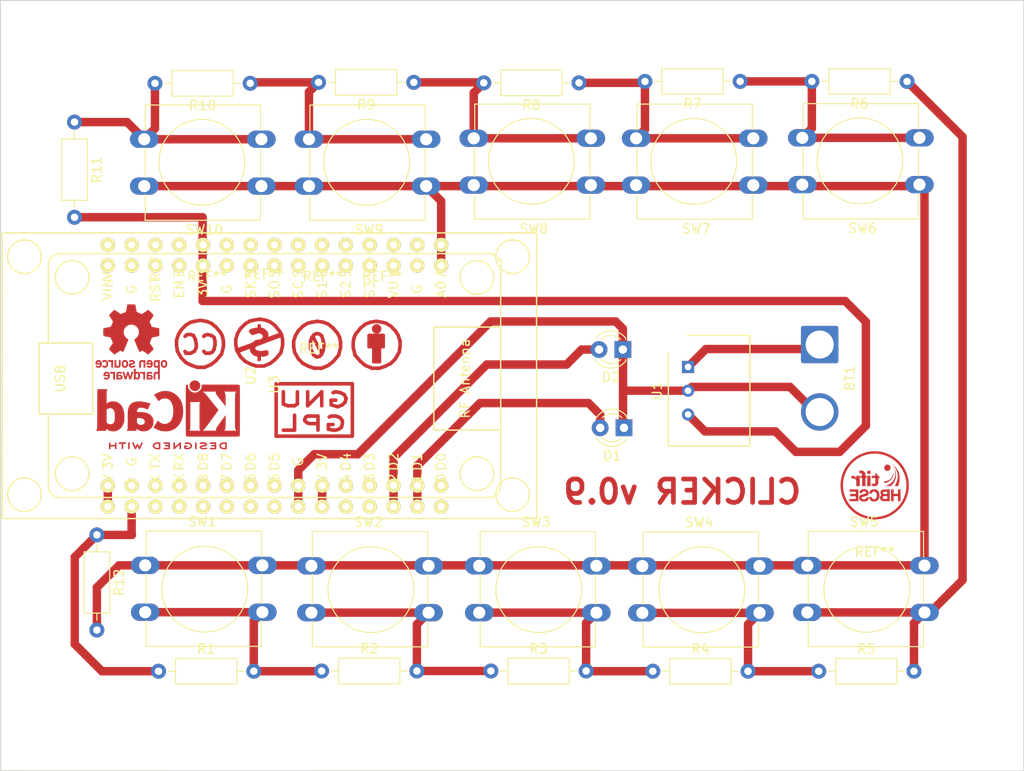
<source format=kicad_pcb>
(kicad_pcb (version 20211014) (generator pcbnew)
  (layers (0 "F.Cu" signal) (31 "B.Cu" signal) (34 "B.Paste" user) (35 "F.Paste" user) (36 "B.SilkS" user "B.Silkscreen") (37 "F.SilkS" user "F.Silkscreen") (38 "B.Mask" user) (39 "F.Mask" user) (44 "Edge.Cuts" user))
  (net 0 "")
  (net 1 "Net-(BT1-Pad1)")
  (net 2 "Net-(BT1-Pad2)")
  (net 3 "Net-(D1-Pad2)")
  (net 4 "Net-(D2-Pad2)")
  (net 5 "Net-(R1-Pad2)")
  (net 6 "Net-(R2-Pad2)")
  (net 7 "Net-(R3-Pad2)")
  (net 8 "Net-(R4-Pad2)")
  (net 9 "Net-(R5-Pad2)")
  (net 10 "Net-(R6-Pad2)")
  (net 11 "Net-(R7-Pad2)")
  (net 12 "Net-(R8-Pad2)")
  (net 13 "Net-(R10-Pad1)")
  (net 14 "Net-(R10-Pad2)")
  (net 15 "Net-(R11-Pad2)")
  (net 16 "Net-(R12-Pad2)")
  (footprint "Button_Switch_THT:SW_PUSH-12mm" (layer "F.Cu") (at 67.1322 90.043)
    (fp_text reference "SW1")
    (fp_text value "SW_Push")
  )
  (footprint "Resistor_THT:R_Axial_DIN0207_L6.3mm_D2.5mm_P10.16mm_Horizontal" (layer "F.Cu") (at 85.9536 101.3206)
    (fp_text reference "R2")
    (fp_text value "1k")
  )
  (footprint "LED_THT:LED_D3.0mm" (layer "F.Cu") (at 118.0896 67.0052 180)
    (fp_text reference "D2")
    (fp_text value "LED")
  )
  (footprint "Symbol:Symbol_CC-Attribution_CopperTop_Small" (layer "F.Cu") (at 91.821 66.4972)
    (fp_text reference "REF**")
    (fp_text value "Symbol_CC-Attribution_CopperTop_Small")
  )
  (footprint "Symbol:OSHW-Logo_7.5x8mm_Copper" (layer "F.Cu") (at 65.659 66.1924)
    (fp_text reference "REF**" hide)
    (fp_text value "OSHW-Logo_7.5x8mm_Copper" hide)
  )
  (footprint "Symbol:Symbol_GNU-GPL_CopperTop_Small" (layer "F.Cu") (at 85.1662 73.7108)
    (fp_text reference "REF**")
    (fp_text value "Symbol_GNU-GPL_CopperTop_Small")
  )
  (footprint "Resistor_THT:R_Axial_DIN0207_L6.3mm_D2.5mm_P10.16mm_Horizontal" (layer "F.Cu") (at 113.411 38.5318 180)
    (fp_text reference "R8")
    (fp_text value "1k")
  )
  (footprint "Symbol:Symbol_CreativeCommons_CopperTop_Type2_Small" (layer "F.Cu") (at 73.1266 66.4972)
    (fp_text reference "REF**")
    (fp_text value "Symbol_CreativeCommons_CopperTop_Type2_Small")
  )
  (footprint "Resistor_THT:R_Axial_DIN0207_L6.3mm_D2.5mm_P10.16mm_Horizontal" (layer "F.Cu") (at 130.6068 38.3794 180)
    (fp_text reference "R7")
    (fp_text value "1k")
  )
  (footprint "Button_Switch_THT:SW_PUSH-12mm" (layer "F.Cu") (at 137.7696 90.0684)
    (fp_text reference "SW5")
    (fp_text value "SW_Push")
  )
  (footprint "ESP8266 NodeMCU:ESP12F-Devkit-V3" (layer "F.Cu") (at 79.6556 70.1024 -90)
    (fp_text reference "U3")
    (fp_text value "NodeMCU_1.0_(ESP-12E)")
  )
  (footprint "Connector_Wire:SolderWire-2.5sqmm_1x02_P7.2mm_D2.4mm_OD3.6mm" (layer "F.Cu") (at 139.0904 66.4718 -90)
    (fp_text reference "BT1")
    (fp_text value "Battery_Cell")
  )
  (footprint "ESP8266 NodeMCU:hbcse" (layer "F.Cu") (at 144.957801 89.121732)
    (fp_text reference "REF**")
    (fp_text value "hbcse")
  )
  (footprint "Resistor_THT:R_Axial_DIN0207_L6.3mm_D2.5mm_P10.16mm_Horizontal" (layer "F.Cu") (at 104.013 101.3206)
    (fp_text reference "R3")
    (fp_text value "1k")
  )
  (footprint "ESP8266 NodeMCU:NodeMCU-LoLinV3" (layer "F.Cu") (at 78.3844 69.7992 -90)
    (fp_text reference "U2")
    (fp_text value "NodeMCU1.0(ESP-12E)")
  )
  (footprint "Symbol:Symbol_CC-Noncommercial_CopperTop_Small" (layer "F.Cu") (at 79.1972 66.2686)
    (fp_text reference "REF**")
    (fp_text value "Symbol_CC-Noncommercial_CopperTop_Small")
  )
  (footprint "Resistor_THT:R_Axial_DIN0207_L6.3mm_D2.5mm_P10.16mm_Horizontal" (layer "F.Cu") (at 68.5546 101.346)
    (fp_text reference "R1")
    (fp_text value "1k")
  )
  (footprint "Button_Switch_THT:SW_PUSH-12mm" (layer "F.Cu") (at 84.8614 90.0938)
    (fp_text reference "SW2")
    (fp_text value "SW_Push")
  )
  (footprint "Resistor_THT:R_Axial_DIN0207_L6.3mm_D2.5mm_P10.16mm_Horizontal" (layer "F.Cu") (at 95.7834 38.481 180)
    (fp_text reference "R9")
    (fp_text value "1k")
  )
  (footprint "Symbol:KiCad-Logo2_6mm_Copper" (layer "F.Cu") (at 69.5706 73.279)
    (fp_text reference "REF**" hide)
    (fp_text value "KiCad-Logo2_6mm_Copper" hide)
  )
  (footprint "Resistor_THT:R_Axial_DIN0207_L6.3mm_D2.5mm_P10.16mm_Horizontal" (layer "F.Cu") (at 121.285 101.346)
    (fp_text reference "R4")
    (fp_text value "1k")
  )
  (footprint "Button_Switch_THT:SW_PUSH-12mm" (layer "F.Cu") (at 97.1042 49.5554 180)
    (fp_text reference "SW9")
    (fp_text value "SW_Push")
  )
  (footprint "Symbol:Symbol_CC-PublicDomain_CopperTop_Small" (layer "F.Cu") (at 85.471 66.4972)
    (fp_text reference "REF**")
    (fp_text value "Symbol_CC-PublicDomain_CopperTop_Small")
  )
  (footprint "Resistor_THT:R_Axial_DIN0207_L6.3mm_D2.5mm_P10.16mm_Horizontal" (layer "F.Cu") (at 61.976 86.7918 -90)
    (fp_text reference "R12")
    (fp_text value "100k")
  )
  (footprint "LED_THT:LED_D3.0mm" (layer "F.Cu") (at 118.2116 75.3618 180)
    (fp_text reference "D1")
    (fp_text value "LED")
  )
  (footprint "Button_Switch_THT:SW_PUSH-12mm" (layer "F.Cu") (at 114.681 49.4538 180)
    (fp_text reference "SW8")
    (fp_text value "SW_Push")
  )
  (footprint "Resistor_THT:R_Axial_DIN0207_L6.3mm_D2.5mm_P10.16mm_Horizontal" (layer "F.Cu") (at 138.9888 101.346)
    (fp_text reference "R5")
    (fp_text value "1k")
  )
  (footprint "Button_Switch_THT:SW_PUSH-12mm" (layer "F.Cu") (at 132.0038 49.4538 180)
    (fp_text reference "SW7")
    (fp_text value "SW_Push")
  )
  (footprint "Button_Switch_THT:SW_PUSH-12mm" (layer "F.Cu") (at 120.1674 90.1192)
    (fp_text reference "SW4")
    (fp_text value "SW_Push")
  )
  (footprint "Resistor_THT:R_Axial_DIN0207_L6.3mm_D2.5mm_P10.16mm_Horizontal" (layer "F.Cu") (at 148.4122 38.3794 180)
    (fp_text reference "R6")
    (fp_text value "1k")
  )
  (footprint "Button_Switch_THT:SW_PUSH-12mm" (layer "F.Cu") (at 102.7684 90.0938)
    (fp_text reference "SW3")
    (fp_text value "SW_Push")
  )
  (footprint "Resistor_THT:R_Axial_DIN0207_L6.3mm_D2.5mm_P10.16mm_Horizontal" (layer "F.Cu") (at 59.5884 42.7228 -90)
    (fp_text reference "R11")
    (fp_text value "1k")
  )
  (footprint "Button_Switch_THT:SW_PUSH-12mm" (layer "F.Cu") (at 149.733 49.403 180)
    (fp_text reference "SW6")
    (fp_text value "SW_Push")
  )
  (footprint "Package_SIP:SIP3_11.6x8.5mm" (layer "F.Cu") (at 125.0442 68.8594 -90)
    (fp_text reference "U1")
    (fp_text value "LT1083-3.3")
  )
  (footprint "Resistor_THT:R_Axial_DIN0207_L6.3mm_D2.5mm_P10.16mm_Horizontal" (layer "F.Cu") (at 78.3336 38.5826 180)
    (fp_text reference "R10")
    (fp_text value "1k")
  )
  (footprint "Button_Switch_THT:SW_PUSH-12mm" (layer "F.Cu") (at 79.5274 49.5554 180)
    (fp_text reference "SW10")
    (fp_text value "SW_Push")
  )
  (gr_line (start 51.716 111.9594) (end 160.8598 111.9848) (layer "Edge.Cuts") (width 0.1))
  (gr_line (start 51.6906 29.7396) (end 51.716 111.9594) (layer "Edge.Cuts") (width 0.1))
  (gr_line (start 160.8598 111.9848) (end 160.8598 29.7396) (layer "Edge.Cuts") (width 0.1))
  (gr_line (start 160.8598 29.7396) (end 51.6906 29.7396) (layer "Edge.Cuts") (width 0.1))
  (gr_text "CLICKER v0.9" (at 124.4346 82.1944) (layer "F.Cu") (effects (font (size 2.5 2.5) (thickness 0.5)) (justify mirror)))
  (segment (start 126.9492 66.9544) (end 125.0442 68.8594) (width 0.9) (layer "F.Cu") (net 1))
  (segment (start 138.6078 66.9544) (end 126.9492 66.9544) (width 0.9) (layer "F.Cu") (net 1))
  (segment (start 139.0904 66.4718) (end 138.6078 66.9544) (width 0.9) (layer "F.Cu") (net 1))
  (segment (start 118.11 67.0306) (end 118.5672 66.5734) (width 0.9) (layer "F.Cu") (net 2))
  (segment (start 118.3132 71.3994) (end 118.11 71.6026) (width 0.9) (layer "F.Cu") (net 2))
  (segment (start 62.5094 101.346) (end 59.6138 98.4504) (width 0.9) (layer "F.Cu") (net 2))
  (segment (start 61.976 86.7918) (end 65.7098 86.7918) (width 0.9) (layer "F.Cu") (net 2))
  (segment (start 118.0896 64.775) (end 117.3226 64.008) (width 0.9) (layer "F.Cu") (net 2))
  (segment (start 85.1662 78.1812) (end 83.4644 79.883) (width 0.9) (layer "F.Cu") (net 2))
  (segment (start 65.6844 86.7664) (end 65.6844 83.7692) (width 0.9) (layer "F.Cu") (net 2))
  (segment (start 125.4506 70.993) (end 125.0442 71.3994) (width 0.9) (layer "F.Cu") (net 2))
  (segment (start 59.6138 89.154) (end 61.976 86.7918) (width 0.9) (layer "F.Cu") (net 2))
  (segment (start 83.4644 79.883) (end 83.4644 83.7692) (width 0.9) (layer "F.Cu") (net 2))
  (segment (start 68.5546 101.346) (end 62.5094 101.346) (width 0.9) (layer "F.Cu") (net 2))
  (segment (start 118.2116 75.3618) (end 118.11 75.2602) (width 0.9) (layer "F.Cu") (net 2))
  (segment (start 138.5316 73.113) (end 138.0354 73.113) (width 0.9) (layer "F.Cu") (net 2))
  (segment (start 103.9876 64.008) (end 89.8144 78.1812) (width 0.9) (layer "F.Cu") (net 2))
  (segment (start 118.11 75.2602) (end 118.11 71.6026) (width 0.9) (layer "F.Cu") (net 2))
  (segment (start 135.9154 70.993) (end 125.4506 70.993) (width 0.9) (layer "F.Cu") (net 2))
  (segment (start 138.0354 73.113) (end 135.9154 70.993) (width 0.9) (layer "F.Cu") (net 2))
  (segment (start 89.8144 78.1812) (end 85.1662 78.1812) (width 0.9) (layer "F.Cu") (net 2))
  (segment (start 139.0904 73.6718) (end 138.5316 73.113) (width 0.9) (layer "F.Cu") (net 2))
  (segment (start 59.6138 98.4504) (end 59.6138 89.154) (width 0.9) (layer "F.Cu") (net 2))
  (segment (start 117.3226 64.008) (end 103.9876 64.008) (width 0.9) (layer "F.Cu") (net 2))
  (segment (start 118.11 71.6026) (end 118.11 67.0306) (width 0.9) (layer "F.Cu") (net 2))
  (segment (start 65.7098 86.7918) (end 65.6844 86.7664) (width 0.9) (layer "F.Cu") (net 2))
  (segment (start 118.0896 67.0052) (end 118.0896 64.775) (width 0.9) (layer "F.Cu") (net 2))
  (segment (start 125.0442 71.3994) (end 118.3132 71.3994) (width 0.9) (layer "F.Cu") (net 2))
  (segment (start 114.427 72.7202) (end 115.6716 73.9648) (width 0.9) (layer "F.Cu") (net 3))
  (segment (start 115.6716 73.9648) (end 115.6716 75.3618) (width 0.9) (layer "F.Cu") (net 3))
  (segment (start 102.8446 72.7202) (end 114.427 72.7202) (width 0.9) (layer "F.Cu") (net 3))
  (segment (start 96.1644 79.4004) (end 102.8446 72.7202) (width 0.9) (layer "F.Cu") (net 3))
  (segment (start 96.1644 83.7692) (end 96.1644 79.4004) (width 0.9) (layer "F.Cu") (net 3))
  (segment (start 112.0902 68.6054) (end 103.5812 68.6054) (width 0.9) (layer "F.Cu") (net 4))
  (segment (start 115.5496 67.0052) (end 113.6904 67.0052) (width 0.9) (layer "F.Cu") (net 4))
  (segment (start 113.6904 67.0052) (end 112.0902 68.6054) (width 0.9) (layer "F.Cu") (net 4))
  (segment (start 93.6244 78.5622) (end 93.6244 83.7692) (width 0.9) (layer "F.Cu") (net 4))
  (segment (start 103.5812 68.6054) (end 93.6244 78.5622) (width 0.9) (layer "F.Cu") (net 4))
  (segment (start 78.7146 101.346) (end 85.9282 101.346) (width 0.9) (layer "F.Cu") (net 5))
  (segment (start 79.6322 95.043) (end 67.1322 95.043) (width 0.9) (layer "F.Cu") (net 5))
  (segment (start 78.7146 101.346) (end 78.7146 95.9606) (width 0.9) (layer "F.Cu") (net 5))
  (segment (start 78.7146 95.9606) (end 79.6322 95.043) (width 0.9) (layer "F.Cu") (net 5))
  (segment (start 85.9282 101.346) (end 85.9536 101.3206) (width 0.9) (layer "F.Cu") (net 5))
  (segment (start 96.1136 101.3206) (end 96.1136 96.3416) (width 0.9) (layer "F.Cu") (net 6))
  (segment (start 96.1136 96.3416) (end 97.3614 95.0938) (width 0.9) (layer "F.Cu") (net 6))
  (segment (start 96.1136 101.3206) (end 104.013 101.3206) (width 0.9) (layer "F.Cu") (net 6))
  (segment (start 97.3614 95.0938) (end 84.8614 95.0938) (width 0.9) (layer "F.Cu") (net 6))
  (segment (start 115.2684 95.0938) (end 102.7684 95.0938) (width 0.9) (layer "F.Cu") (net 7))
  (segment (start 114.173 96.1892) (end 115.2684 95.0938) (width 0.9) (layer "F.Cu") (net 7))
  (segment (start 114.1984 101.346) (end 114.173 101.3206) (width 0.9) (layer "F.Cu") (net 7))
  (segment (start 121.285 101.346) (end 114.1984 101.346) (width 0.9) (layer "F.Cu") (net 7))
  (segment (start 114.173 101.3206) (end 114.173 96.1892) (width 0.9) (layer "F.Cu") (net 7))
  (segment (start 131.445 101.346) (end 138.9888 101.346) (width 0.9) (layer "F.Cu") (net 8))
  (segment (start 132.6674 95.1192) (end 120.1674 95.1192) (width 0.9) (layer "F.Cu") (net 8))
  (segment (start 131.445 101.346) (end 131.445 96.3416) (width 0.9) (layer "F.Cu") (net 8))
  (segment (start 131.445 96.3416) (end 132.6674 95.1192) (width 0.9) (layer "F.Cu") (net 8))
  (segment (start 150.2696 95.0684) (end 137.7696 95.0684) (width 0.9) (layer "F.Cu") (net 9))
  (segment (start 154.3304 44.2976) (end 148.4122 38.3794) (width 0.9) (layer "F.Cu") (net 9))
  (segment (start 150.8798 95.0684) (end 154.3304 91.6178) (width 0.9) (layer "F.Cu") (net 9))
  (segment (start 150.2696 95.0684) (end 150.8798 95.0684) (width 0.9) (layer "F.Cu") (net 9))
  (segment (start 149.1488 96.1892) (end 150.2696 95.0684) (width 0.9) (layer "F.Cu") (net 9))
  (segment (start 149.1488 101.346) (end 149.1488 96.1892) (width 0.9) (layer "F.Cu") (net 9))
  (segment (start 154.3304 91.6178) (end 154.3304 44.2976) (width 0.9) (layer "F.Cu") (net 9))
  (segment (start 137.233 44.403) (end 149.733 44.403) (width 0.9) (layer "F.Cu") (net 10))
  (segment (start 138.2522 43.3838) (end 137.233 44.403) (width 0.9) (layer "F.Cu") (net 10))
  (segment (start 138.2522 38.3794) (end 138.2522 43.3838) (width 0.9) (layer "F.Cu") (net 10))
  (segment (start 130.6068 38.3794) (end 138.2522 38.3794) (width 0.9) (layer "F.Cu") (net 10))
  (segment (start 120.4468 43.5108) (end 119.5038 44.4538) (width 0.9) (layer "F.Cu") (net 11))
  (segment (start 120.2944 38.5318) (end 120.4468 38.3794) (width 0.9) (layer "F.Cu") (net 11))
  (segment (start 113.411 38.5318) (end 120.2944 38.5318) (width 0.9) (layer "F.Cu") (net 11))
  (segment (start 119.5038 44.4538) (end 132.0038 44.4538) (width 0.9) (layer "F.Cu") (net 11))
  (segment (start 120.4468 38.3794) (end 120.4468 43.5108) (width 0.9) (layer "F.Cu") (net 11))
  (segment (start 102.181 44.4538) (end 114.681 44.4538) (width 0.9) (layer "F.Cu") (net 12))
  (segment (start 103.2002 38.481) (end 103.251 38.5318) (width 0.9) (layer "F.Cu") (net 12))
  (segment (start 102.181 39.6018) (end 103.251 38.5318) (width 0.9) (layer "F.Cu") (net 12))
  (segment (start 102.181 44.4538) (end 102.181 39.6018) (width 0.9) (layer "F.Cu") (net 12))
  (segment (start 95.7834 38.481) (end 103.2002 38.481) (width 0.9) (layer "F.Cu") (net 12))
  (segment (start 84.6042 44.5554) (end 84.6042 39.5002) (width 0.9) (layer "F.Cu") (net 13))
  (segment (start 84.6042 44.5554) (end 97.1042 44.5554) (width 0.9) (layer "F.Cu") (net 13))
  (segment (start 85.6234 38.481) (end 78.4352 38.481) (width 0.9) (layer "F.Cu") (net 13))
  (segment (start 78.4352 38.481) (end 78.3336 38.5826) (width 0.9) (layer "F.Cu") (net 13))
  (segment (start 84.6042 39.5002) (end 85.6234 38.481) (width 0.9) (layer "F.Cu") (net 13))
  (segment (start 68.1736 38.5826) (end 68.1736 43.4092) (width 0.9) (layer "F.Cu") (net 14))
  (segment (start 67.0274 44.5554) (end 79.5274 44.5554) (width 0.9) (layer "F.Cu") (net 14))
  (segment (start 68.1736 43.4092) (end 67.0274 44.5554) (width 0.9) (layer "F.Cu") (net 14))
  (segment (start 65.1948 42.7228) (end 67.0274 44.5554) (width 0.9) (layer "F.Cu") (net 14))
  (segment (start 59.5884 42.7228) (end 65.1948 42.7228) (width 0.9) (layer "F.Cu") (net 14))
  (segment (start 136.5504 77.9272) (end 141.224 77.9272) (width 0.9) (layer "F.Cu") (net 15))
  (segment (start 141.224 77.9272) (end 144.018 75.1332) (width 0.9) (layer "F.Cu") (net 15))
  (segment (start 73.2536 55.7784) (end 73.2536 52.8828) (width 0.9) (layer "F.Cu") (net 15))
  (segment (start 86.0044 81.9451) (end 86.098 81.8515) (width 0.9) (layer "F.Cu") (net 15))
  (segment (start 73.2536 52.8828) (end 59.5884 52.8828) (width 0.9) (layer "F.Cu") (net 15))
  (segment (start 144.018 64.0334) (end 141.8082 61.8236) (width 0.9) (layer "F.Cu") (net 15))
  (segment (start 63.1444 83.7692) (end 63.1444 81.9451) (width 0.9) (layer "F.Cu") (net 15))
  (segment (start 73.2536 58.42) (end 73.2536 55.7784) (width 0.9) (layer "F.Cu") (net 15))
  (segment (start 144.018 75.1332) (end 144.018 64.0334) (width 0.9) (layer "F.Cu") (net 15))
  (segment (start 126.8476 75.7428) (end 134.366 75.7428) (width 0.9) (layer "F.Cu") (net 15))
  (segment (start 141.8082 61.8236) (end 73.2536 61.8236) (width 0.9) (layer "F.Cu") (net 15))
  (segment (start 73.2536 61.8236) (end 73.2536 58.42) (width 0.9) (layer "F.Cu") (net 15))
  (segment (start 125.0442 73.9394) (end 126.8476 75.7428) (width 0.9) (layer "F.Cu") (net 15))
  (segment (start 134.366 75.7428) (end 136.5504 77.9272) (width 0.9) (layer "F.Cu") (net 15))
  (segment (start 86.0044 83.7692) (end 86.0044 81.9451) (width 0.9) (layer "F.Cu") (net 15))
  (segment (start 63.1444 81.9451) (end 63.238 81.8515) (width 0.9) (layer "F.Cu") (net 15))
  (segment (start 67.1322 90.043) (end 150.2442 90.043) (width 0.9) (layer "F.Cu") (net 16))
  (segment (start 64.3382 90.043) (end 67.1322 90.043) (width 0.9) (layer "F.Cu") (net 16))
  (segment (start 149.5806 49.5554) (end 149.733 49.403) (width 0.9) (layer "F.Cu") (net 16))
  (segment (start 98.7044 51.1556) (end 97.1042 49.5554) (width 0.9) (layer "F.Cu") (net 16))
  (segment (start 61.976 96.9518) (end 61.976 92.4052) (width 0.9) (layer "F.Cu") (net 16))
  (segment (start 150.2696 90.0684) (end 150.2696 49.9396) (width 0.9) (layer "F.Cu") (net 16))
  (segment (start 98.7044 58.2629) (end 98.798 58.3565) (width 0.9) (layer "F.Cu") (net 16))
  (segment (start 98.7044 55.8292) (end 98.7044 58.2629) (width 0.9) (layer "F.Cu") (net 16))
  (segment (start 67.0274 49.5554) (end 149.5806 49.5554) (width 0.9) (layer "F.Cu") (net 16))
  (segment (start 150.2442 90.043) (end 150.2696 90.0684) (width 0.9) (layer "F.Cu") (net 16))
  (segment (start 98.7044 55.8292) (end 98.7044 51.1556) (width 0.9) (layer "F.Cu") (net 16))
  (segment (start 150.2696 49.9396) (end 149.733 49.403) (width 0.9) (layer "F.Cu") (net 16))
  (segment (start 61.976 92.4052) (end 64.3382 90.043) (width 0.9) (layer "F.Cu") (net 16))
)
</source>
